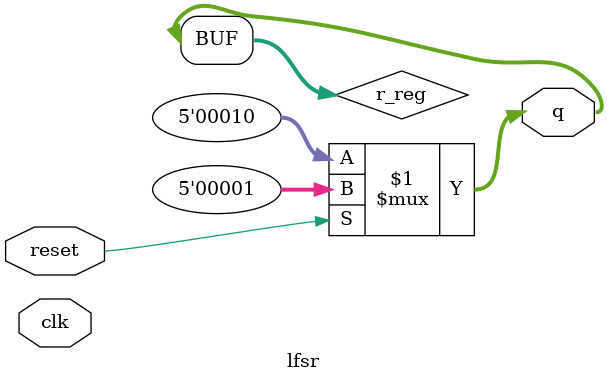
<source format=v>
module lfsr( 
    input clk,
    input reset,
    output [4:0] q
); 
reg [4:0] r_reg;
wire [4:0] r_next;
wire feedback_value;
// on reset set the value of r_reg to 1
// otherwise assign r_next to r_reg
// assign the xor of bit positions 2 and 4 of r_reg to feedback_value
// assign feedback concatenated with 4 most significant bits of r_reg to r_next
// assign r_reg to the output q

assign r_reg = (reset) ? 5'd1 : 5'd2;
xor(feedback_value, r_reg[0], r_reg[2], r_reg[3], r_reg[4]);
xor(r_next, r_reg[1], feedback_value, r_reg[2], r_reg[4]);
assign q = r_reg;
endmodule

</source>
